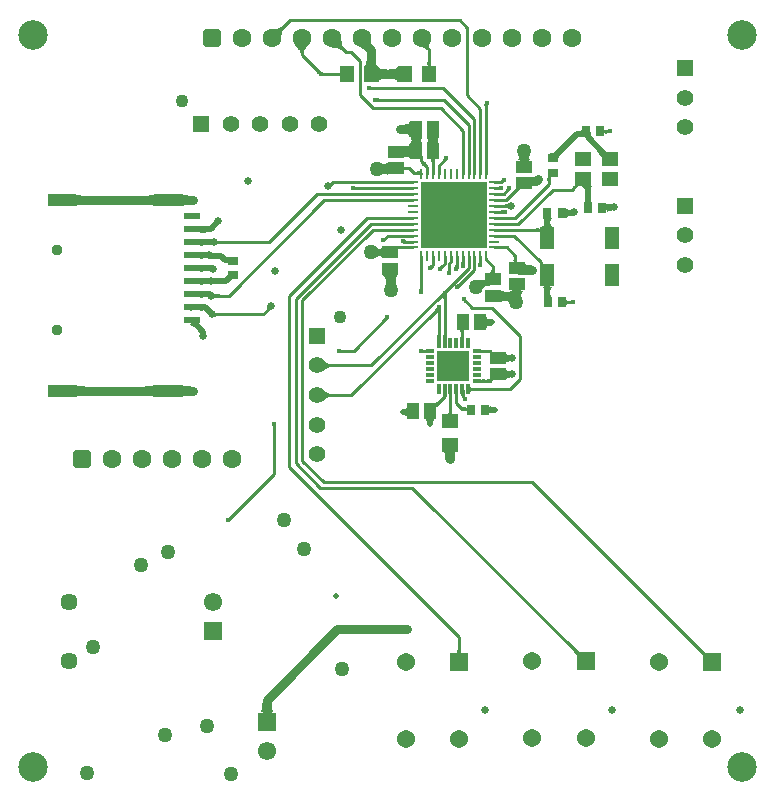
<source format=gtl>
%FSLAX23Y23*%
%MOIN*%
%SFA1B1*%

%IPPOS*%
%AMD63*
4,1,8,0.015700,0.031500,-0.015700,0.031500,-0.031500,0.015700,-0.031500,-0.015700,-0.015700,-0.031500,0.015700,-0.031500,0.031500,-0.015700,0.031500,0.015700,0.015700,0.031500,0.0*
1,1,0.031500,0.015700,0.015700*
1,1,0.031500,-0.015700,0.015700*
1,1,0.031500,-0.015700,-0.015700*
1,1,0.031500,0.015700,-0.015700*
%
%ADD13C,0.010000*%
%ADD16R,0.047240X0.057090*%
%ADD17R,0.043310X0.053150*%
%ADD18R,0.051180X0.074800*%
%ADD19R,0.029530X0.035430*%
%ADD20R,0.055120X0.047240*%
%ADD21R,0.053150X0.043310*%
%ADD22R,0.055120X0.024410*%
%ADD23R,0.094490X0.043310*%
%ADD24R,0.220470X0.220470*%
%ADD25O,0.009840X0.035430*%
%ADD26O,0.035430X0.009840*%
%ADD27R,0.037400X0.031500*%
%ADD28R,0.031500X0.013780*%
%ADD29R,0.013780X0.033470*%
%ADD30R,0.106300X0.102360*%
%ADD31R,0.035430X0.029530*%
%ADD32R,0.057090X0.047240*%
%ADD49C,0.060630*%
%ADD50R,0.060630X0.060630*%
%ADD51R,0.055120X0.055120*%
%ADD52C,0.055120*%
%ADD53C,0.043310*%
%ADD55R,0.055120X0.055120*%
%ADD56R,0.061020X0.061020*%
%ADD57C,0.061020*%
%ADD60C,0.030000*%
%ADD61C,0.020000*%
%ADD62C,0.062990*%
G04~CAMADD=63~8~0.0~0.0~629.9~629.9~157.5~0.0~15~0.0~0.0~0.0~0.0~0~0.0~0.0~0.0~0.0~0~0.0~0.0~0.0~0.0~629.9~629.9*
%ADD63D63*%
%ADD64C,0.057090*%
%ADD65C,0.037400*%
%ADD66C,0.098430*%
%ADD67C,0.017720*%
%ADD68C,0.025000*%
%ADD69C,0.019680*%
%ADD70C,0.050000*%
%ADD71C,0.031500*%
%LNmtb_telemetry_system_pcb-1*%
%LPD*%
G36*
X4731Y4468D02*
X4730Y4467D01*
X4729Y4465*
X4728Y4462*
X4727Y4460*
X4726Y4457*
X4725Y4453*
X4725Y4450*
X4724Y4441*
X4724Y4437*
X4693Y4468*
X4697Y4468*
X4706Y4469*
X4709Y4469*
X4713Y4470*
X4716Y4471*
X4718Y4472*
X4721Y4473*
X4723Y4474*
X4724Y4475*
X4731Y4468*
G37*
G36*
X4924Y4432D02*
X4925Y4423D01*
X4925Y4420*
X4926Y4416*
X4927Y4413*
X4928Y4411*
X4929Y4408*
X4930Y4406*
X4931Y4405*
X4924Y4398*
X4923Y4399*
X4921Y4400*
X4918Y4401*
X4916Y4402*
X4913Y4403*
X4909Y4404*
X4906Y4404*
X4897Y4405*
X4893Y4405*
X4924Y4436*
X4924Y4432*
G37*
G36*
X5216Y4416D02*
X5216Y4414D01*
X5215Y4413*
X5215Y4412*
X5215Y4410*
X5215Y4409*
X5216Y4407*
X5216Y4406*
X5217Y4405*
X5218Y4403*
X5211Y4396*
X5210Y4398*
X5208Y4399*
X5206Y4401*
X5204Y4402*
X5202Y4403*
X5200Y4404*
X5198Y4404*
X5196Y4405*
X5194Y4405*
X5192Y4405*
X5217Y4417*
X5216Y4416*
G37*
G36*
X5023Y4427D02*
X5023Y4425D01*
X5023Y4424*
X5024Y4421*
X5025Y4419*
X5026Y4417*
X5027Y4415*
X5029Y4413*
X5031Y4410*
X5033Y4408*
X5007Y4392*
X5005Y4394*
X4998Y4400*
X4996Y4401*
X4994Y4403*
X4992Y4404*
X4990Y4404*
X4989Y4405*
X4987Y4405*
X5023Y4429*
X5023Y4427*
G37*
G36*
X4802Y4425D02*
X4801Y4423D01*
X4800Y4421*
X4800Y4418*
X4799Y4415*
X4799Y4414*
X4815*
X4811Y4411*
X4806Y4405*
X4804Y4402*
X4802Y4399*
X4800Y4396*
X4799Y4394*
X4798Y4391*
X4798Y4389*
X4798Y4387*
X4788*
X4787Y4389*
X4787Y4391*
X4786Y4394*
X4785Y4396*
X4783Y4399*
X4781Y4402*
X4779Y4405*
X4774Y4411*
X4770Y4414*
X4786*
X4786Y4415*
X4785Y4418*
X4785Y4421*
X4784Y4423*
X4783Y4425*
X4782Y4426*
X4803*
X4802Y4425*
G37*
G36*
X5220Y4355D02*
X5220Y4353D01*
X5220Y4352*
X5221Y4350*
X5221Y4349*
X5222Y4348*
X5222Y4348*
X5223Y4347*
X5224Y4347*
X5225Y4347*
X5205*
X5206Y4347*
X5207Y4347*
X5207Y4348*
X5208Y4348*
X5209Y4349*
X5209Y4350*
X5209Y4352*
X5210Y4353*
X5210Y4355*
X5210Y4357*
X5220*
X5220Y4355*
G37*
G36*
X5038Y4369D02*
X5039Y4360D01*
X5039Y4356*
X5040Y4352*
X5041Y4350*
X5042Y4348*
X5043Y4346*
X5045Y4345*
X5046Y4345*
X4999*
X5001Y4345*
X5002Y4346*
X5004Y4348*
X5005Y4350*
X5006Y4352*
X5007Y4356*
X5007Y4360*
X5008Y4364*
X5008Y4375*
X5038*
X5038Y4369*
G37*
G36*
X4851Y4328D02*
X4853Y4327D01*
X4853Y4326*
X4854Y4326*
X4854Y4326*
X4855Y4326*
X4855Y4325*
X4855Y4325*
X4847Y4317*
X4847Y4317*
X4847Y4317*
X4846Y4318*
X4846Y4318*
X4846Y4319*
X4845Y4319*
X4844Y4321*
X4843Y4322*
X4850Y4329*
X4851Y4328*
G37*
G36*
X4862Y4322D02*
X4862Y4322D01*
X4863Y4322*
X4863Y4322*
X4864Y4322*
X4865Y4322*
X4866Y4322*
X4868Y4322*
Y4312*
X4867Y4311*
X4865Y4311*
X4864Y4311*
X4863Y4311*
X4863Y4311*
X4862Y4311*
X4862Y4311*
X4862Y4310*
Y4323*
X4862Y4322*
G37*
G36*
X4921Y4307D02*
X4921Y4307D01*
X4920Y4308*
X4920Y4309*
X4919Y4310*
X4918Y4310*
X4917Y4311*
X4916Y4311*
X4914Y4311*
X4913Y4311*
X4911Y4312*
Y4322*
X4913Y4322*
X4914Y4322*
X4916Y4322*
X4917Y4322*
X4918Y4323*
X4919Y4323*
X4920Y4324*
X4920Y4325*
X4921Y4326*
X4921Y4327*
Y4307*
G37*
G36*
X5113Y4290D02*
X5112Y4292D01*
X5111Y4295*
X5110Y4296*
X5108Y4298*
X5105Y4299*
X5102Y4301*
X5098Y4301*
X5093Y4302*
X5088Y4302*
X5083Y4303*
Y4333*
X5088Y4333*
X5093Y4333*
X5098Y4334*
X5102Y4335*
X5105Y4336*
X5108Y4338*
X5110Y4340*
X5111Y4342*
X5112Y4344*
X5113Y4347*
Y4290*
G37*
G36*
X5047Y4343D02*
X5048Y4340D01*
X5049Y4339*
X5051Y4337*
X5054Y4336*
X5057Y4334*
X5061Y4334*
X5066Y4333*
X5071Y4333*
X5076Y4333*
Y4303*
X5071Y4302*
X5066Y4302*
X5061Y4301*
X5057Y4300*
X5054Y4299*
X5051Y4297*
X5049Y4295*
X5048Y4293*
X5047Y4291*
X5046Y4288*
Y4345*
X5047Y4343*
G37*
G36*
X5021Y4275D02*
X5021Y4275D01*
X5022Y4275*
X5022Y4275*
X5023Y4275*
X5024Y4275*
X5025Y4275*
X5027Y4275*
Y4265*
X5026Y4264*
X5024Y4264*
X5023Y4264*
X5022Y4264*
X5022Y4264*
X5021Y4264*
X5021Y4264*
X5021Y4263*
Y4276*
X5021Y4275*
G37*
G36*
X5042Y4236D02*
X5042Y4236D01*
X5043Y4236*
X5043Y4236*
X5044Y4236*
X5045Y4236*
X5046Y4236*
X5048Y4236*
Y4226*
X5047Y4225*
X5045Y4225*
X5044Y4225*
X5043Y4225*
X5043Y4225*
X5042Y4225*
X5042Y4225*
X5042Y4224*
Y4237*
X5042Y4236*
G37*
G36*
X5413Y4215D02*
X5413Y4214D01*
X5413Y4214*
X5412Y4214*
X5412Y4213*
X5412Y4212*
X5412Y4212*
X5412Y4211*
X5412Y4209*
X5412Y4208*
X5402Y4210*
X5402Y4211*
X5401Y4214*
X5401Y4214*
X5401Y4215*
X5401Y4215*
X5401Y4216*
X5401Y4216*
X5413Y4215*
G37*
G36*
X5802Y4135D02*
X5802Y4134D01*
X5803Y4133*
X5803Y4132*
X5804Y4132*
X5805Y4131*
X5807Y4131*
X5808Y4131*
X5808Y4131*
X5808*
X5809Y4131*
X5810Y4131*
X5810Y4131*
X5811Y4131*
X5811Y4131*
X5811Y4132*
Y4131*
X5812Y4131*
Y4121*
X5811Y4120*
Y4119*
X5811Y4120*
X5811Y4120*
X5810Y4120*
X5810Y4120*
X5809Y4120*
X5808Y4120*
X5808*
X5808Y4120*
X5807Y4120*
X5805Y4120*
X5804Y4119*
X5803Y4119*
X5803Y4118*
X5802Y4117*
X5802Y4116*
X5802Y4116*
Y4136*
X5802Y4135*
G37*
G36*
X5725Y4108D02*
X5725Y4108D01*
X5725Y4108*
X5710Y4108*
Y4128*
X5713Y4128*
X5718Y4128*
X5720Y4129*
X5722Y4129*
X5723Y4130*
X5724Y4130*
X5725Y4131*
X5725Y4132*
X5725Y4133*
X5725Y4108*
G37*
G36*
X5244Y4112D02*
X5245Y4107D01*
X5251*
X5249Y4107*
X5248Y4106*
X5247Y4104*
X5246Y4102*
X5246Y4100*
X5245Y4098*
X5246Y4095*
X5246Y4093*
X5247Y4091*
X5248Y4089*
X5249Y4088*
X5251Y4088*
X5244*
X5244Y4083*
X5244Y4077*
X5214*
X5214Y4083*
X5214Y4088*
X5208*
X5209Y4088*
X5210Y4089*
X5211Y4091*
X5212Y4093*
X5212Y4095*
X5213Y4098*
X5212Y4100*
X5212Y4102*
X5211Y4104*
X5210Y4106*
X5209Y4107*
X5208Y4107*
X5214*
X5214Y4112*
X5214Y4118*
X5244*
X5244Y4112*
G37*
G36*
X5152Y4107D02*
X5159D01*
X5159Y4112*
X5159Y4118*
X5189*
X5189Y4112*
X5189Y4107*
X5195*
X5194Y4107*
X5193Y4106*
X5192Y4104*
X5191Y4102*
X5191Y4100*
X5190Y4098*
X5191Y4095*
X5191Y4093*
X5192Y4091*
X5193Y4089*
X5194Y4088*
X5195Y4088*
X5189*
X5189Y4083*
X5189Y4077*
X5159*
X5159Y4083*
X5159Y4088*
X5152*
X5154Y4088*
X5155Y4089*
X5156Y4091*
X5157Y4093*
X5157Y4095*
X5158Y4098*
X5157Y4100*
X5157Y4102*
X5156Y4104*
X5155Y4106*
X5154Y4107*
X5152Y4107*
X5152Y4109*
X5151Y4111*
X5150Y4113*
X5148Y4114*
X5145Y4116*
X5142Y4117*
X5138Y4117*
X5133Y4118*
X5128Y4118*
X5122Y4119*
Y4149*
X5128Y4149*
X5138Y4150*
X5142Y4150*
X5145Y4151*
X5148Y4153*
X5150Y4154*
X5151Y4156*
X5152Y4158*
X5152Y4160*
Y4107*
G37*
G36*
Y4075D02*
X5161Y4075D01*
Y4045*
X5155Y4045*
X5152Y4045*
Y4035*
X5152Y4037*
X5151Y4039*
X5150Y4040*
X5148Y4041*
X5145Y4042*
X5142Y4043*
X5141Y4043*
X5138Y4043*
X5136Y4042*
X5134Y4041*
X5132Y4040*
X5131Y4038*
X5131Y4037*
Y4044*
X5122Y4045*
Y4075*
X5128Y4075*
X5131Y4075*
Y4080*
X5131Y4079*
X5132Y4078*
X5134Y4077*
X5136Y4077*
X5138Y4076*
X5142Y4077*
X5145Y4078*
X5148Y4080*
X5150Y4081*
X5151Y4083*
X5152Y4085*
X5152Y4088*
Y4075*
G37*
G36*
X5661Y4055D02*
X5657Y4051D01*
X5651Y4043*
X5649Y4040*
X5647Y4037*
X5646Y4034*
X5645Y4032*
X5645Y4030*
X5646Y4028*
X5647Y4026*
X5619Y4055*
X5620Y4053*
X5622Y4053*
X5624Y4053*
X5627Y4054*
X5629Y4055*
X5632Y4056*
X5636Y4059*
X5639Y4061*
X5647Y4069*
X5661Y4055*
G37*
G36*
X5189Y4061D02*
X5190Y4056D01*
X5191Y4054*
X5192Y4053*
X5192Y4051*
X5193Y4050*
X5193Y4049*
X5194Y4048*
X5187Y4041*
X5186Y4042*
X5185Y4043*
X5184Y4043*
X5183Y4044*
X5181Y4045*
X5180Y4045*
X5176Y4046*
X5174Y4046*
X5172Y4047*
X5189Y4064*
X5189Y4061*
G37*
G36*
X5793Y4073D02*
X5806Y4061D01*
X5810Y4059*
X5813Y4057*
X5816Y4056*
X5819Y4055*
X5821Y4055*
X5823Y4056*
X5790Y4032*
X5792Y4033*
X5792Y4035*
X5793Y4037*
X5792Y4040*
X5791Y4042*
X5789Y4045*
X5787Y4049*
X5784Y4052*
X5776Y4060*
X5787Y4078*
X5793Y4073*
G37*
G36*
X5195Y4035D02*
X5196Y4027D01*
X5186*
X5186Y4029*
X5185Y4031*
X5185Y4032*
X5185Y4033*
X5185Y4034*
X5184Y4034*
X5184Y4035*
X5183Y4035*
X5183Y4035*
X5195Y4035*
G37*
G36*
X5549Y4054D02*
X5550Y4044D01*
X5550Y4044*
X5551*
X5551Y4043*
X5550Y4042*
X5550Y4042*
X5550Y4040*
X5551Y4037*
X5553Y4034*
X5554Y4032*
X5556Y4031*
X5558Y4030*
X5560Y4030*
X5549*
X5549Y4029*
X5549Y4027*
X5519*
X5518Y4029*
X5518Y4030*
X5507*
X5509Y4030*
X5511Y4031*
X5513Y4032*
X5514Y4034*
X5516Y4037*
X5517Y4040*
X5517Y4042*
X5517Y4042*
X5516Y4043*
X5516Y4044*
X5517*
X5517Y4044*
X5518Y4049*
X5518Y4054*
X5519Y4060*
X5549*
X5549Y4054*
G37*
G36*
X5238Y4035D02*
X5238Y4035D01*
X5237Y4034*
X5236Y4034*
X5236Y4033*
X5235Y4032*
X5235Y4030*
X5235Y4029*
X5234Y4027*
X5234Y4025*
X5224*
X5224Y4027*
X5224Y4029*
X5224Y4030*
X5224Y4032*
X5223Y4033*
X5223Y4034*
X5222Y4034*
X5221Y4035*
X5220Y4035*
X5219Y4035*
X5239*
X5238Y4035*
G37*
G36*
X5273Y4027D02*
X5273Y4027D01*
X5273Y4027*
X5272Y4026*
X5272Y4026*
X5271Y4026*
X5271Y4025*
X5269Y4024*
X5268Y4023*
X5261Y4030*
X5262Y4031*
X5263Y4033*
X5264Y4033*
X5264Y4034*
X5264Y4034*
X5265Y4035*
X5265Y4035*
X5265Y4035*
X5273Y4027*
G37*
G36*
X5078Y3992D02*
X5078Y3987D01*
X5078*
Y3981*
X5078Y3982*
X5077Y3983*
X5075Y3984*
X5073Y3985*
X5071Y3985*
X5067Y3986*
X5066Y3986*
X5065Y3986*
X5064Y3985*
X5063Y3985*
X5062Y3984*
X5061Y3984*
X5061Y3986*
X5059Y3987*
X5048Y3987*
Y4017*
X5054Y4017*
X5060Y4017*
X5059Y4019*
X5060Y4018*
X5061Y4018*
X5062Y4018*
X5063Y4018*
X5067Y4018*
X5071Y4019*
X5073Y4020*
X5075Y4021*
X5077Y4022*
X5078Y4023*
X5078Y4024*
Y3992*
G37*
G36*
X5208Y4018D02*
X5209Y4018D01*
X5209Y4017*
X5209Y4017*
X5209Y4016*
X5210Y4016*
X5211Y4014*
X5212Y4013*
X5205Y4006*
X5204Y4007*
X5202Y4008*
X5202Y4009*
X5201Y4009*
X5201Y4009*
X5200Y4010*
X5200Y4010*
X5200Y4010*
X5208Y4018*
X5208Y4018*
G37*
G36*
X5116Y4012D02*
X5118Y4012D01*
X5120Y4011*
X5123Y4010*
X5126Y4009*
X5130Y4009*
X5131Y4009*
Y4013*
X5131Y4012*
X5131Y4011*
X5132Y4010*
X5132Y4010*
X5133Y4009*
X5134Y4009*
X5136Y4008*
X5136Y4008*
X5138Y4008*
X5149Y4008*
Y3998*
X5143Y3998*
X5135Y3997*
X5134Y3997*
X5133Y3997*
X5132Y3996*
X5132Y3995*
X5131Y3995*
X5131Y3994*
X5131Y3993*
Y3997*
X5126Y3997*
X5123Y3996*
X5120Y3995*
X5118Y3994*
X5116Y3993*
X5115Y3992*
Y4014*
X5116Y4012*
G37*
G36*
X5185Y3978D02*
X5185Y3979D01*
X5185Y3980*
X5184Y3980*
X5184Y3981*
X5183Y3982*
X5182Y3982*
X5180Y3982*
X5179Y3983*
X5177Y3983*
X5175Y3983*
Y3993*
X5177Y3993*
X5179Y3993*
X5180Y3993*
X5182Y3994*
X5183Y3994*
X5184Y3995*
X5185Y3995*
X5185Y3996*
X5185Y3997*
X5186Y3998*
X5185Y3978*
G37*
G36*
X5624Y3972D02*
X5623Y3972D01*
X5622Y3971*
X5622Y3971*
X5621Y3970*
X5621Y3969*
X5620Y3967*
X5620Y3966*
X5620Y3964*
X5620Y3962*
X5610*
X5610Y3972*
X5625*
X5624Y3972*
G37*
G36*
X4897Y3949D02*
X4896Y3948D01*
X4895Y3946*
X4894Y3945*
X4894Y3945*
X4893Y3944*
X4893Y3943*
X4892Y3942*
X4892Y3941*
X4892Y3940*
X4882Y3955*
X4883Y3954*
X4884Y3954*
X4885Y3954*
X4886Y3955*
X4887Y3955*
X4888Y3955*
X4889Y3956*
X4890Y3956*
X4891Y3957*
X4892Y3958*
X4897Y3949*
G37*
G36*
X5727Y3956D02*
X5727Y3956D01*
X5726Y3955*
X5725Y3955*
X5723Y3954*
X5720Y3951*
X5714Y3946*
X5718Y3943*
X5717Y3943*
X5716Y3943*
X5715*
X5714Y3943*
X5713Y3943*
X5711Y3942*
X5709Y3941*
X5708Y3939*
X5704Y3935*
X5697Y3943*
X5699Y3945*
X5702Y3948*
X5703Y3950*
X5704Y3951*
X5704Y3953*
X5705Y3954*
Y3955*
X5704Y3956*
X5704Y3957*
X5707Y3953*
X5716Y3963*
X5717Y3964*
X5717Y3965*
X5717Y3966*
X5727Y3956*
G37*
G36*
X5521Y3931D02*
X5520Y3932D01*
X5519Y3932*
X5518*
X5517Y3932*
X5516Y3931*
X5514Y3931*
X5513Y3929*
X5511Y3928*
X5507Y3924*
X5500Y3931*
X5502Y3933*
X5505Y3937*
X5506Y3939*
X5507Y3940*
X5508Y3942*
X5508Y3943*
Y3944*
X5508Y3945*
X5507Y3946*
X5521Y3931*
G37*
G36*
X4971Y3943D02*
X4971Y3943D01*
X4971Y3942*
X4972Y3942*
X4972Y3942*
X4973Y3942*
X4974Y3942*
X4976Y3942*
X4977Y3942*
X4976Y3932*
X4975Y3932*
X4971Y3931*
X4971Y3931*
X4970Y3931*
X4970Y3931*
X4970Y3931*
X4969Y3931*
X4970Y3943*
X4971Y3943*
G37*
G36*
X5449Y3930D02*
X5448Y3930D01*
X5448Y3931*
X5448Y3931*
X5447Y3931*
X5447Y3931*
X5446Y3931*
X5445Y3931*
X5443Y3932*
X5442Y3932*
X5443Y3942*
X5444Y3942*
X5448Y3942*
X5448Y3942*
X5449Y3942*
X5449Y3942*
X5449Y3942*
X5450Y3943*
X5449Y3930*
G37*
G36*
X5483Y3927D02*
X5483Y3927D01*
X5483Y3927*
X5482Y3926*
X5482Y3926*
X5481Y3926*
X5481Y3925*
X5479Y3924*
X5478Y3923*
X5471Y3930*
X5472Y3931*
X5473Y3933*
X5474Y3933*
X5474Y3934*
X5474Y3934*
X5475Y3935*
X5475Y3935*
X5475Y3935*
X5483Y3927*
G37*
G36*
X5758Y3942D02*
X5758Y3942D01*
X5757Y3941*
X5757Y3939*
X5757Y3938*
X5756Y3935*
X5756Y3930*
X5756Y3923*
X5736*
X5736Y3926*
X5735Y3930*
X5735Y3933*
X5734Y3935*
X5733Y3938*
X5732Y3939*
X5731Y3941*
X5729Y3942*
X5728Y3942*
X5726Y3943*
X5759*
X5758Y3942*
G37*
G36*
X5756Y3903D02*
X5757Y3894D01*
X5757Y3892*
X5758Y3890*
X5758Y3889*
X5759Y3888*
X5760Y3887*
X5761Y3887*
X5731*
X5732Y3887*
X5733Y3888*
X5734Y3889*
X5734Y3890*
X5735Y3892*
X5735Y3894*
X5735Y3897*
X5736Y3903*
X5736Y3907*
X5756*
X5756Y3903*
G37*
G36*
X4394Y3917D02*
X4395Y3916D01*
X4397Y3915*
X4399Y3914*
X4401Y3914*
X4405Y3913*
X4409Y3913*
X4418Y3912*
X4424Y3912*
Y3882*
X4418Y3882*
X4405Y3881*
X4401Y3881*
X4399Y3880*
X4397Y3879*
X4395Y3878*
X4394Y3877*
X4394Y3876*
Y3919*
X4394Y3917*
G37*
G36*
X4300Y3876D02*
X4299Y3877D01*
X4298Y3878*
X4297Y3879*
X4295Y3880*
X4292Y3881*
X4289Y3881*
X4285Y3882*
X4275Y3882*
X4270Y3882*
Y3912*
X4275Y3912*
X4289Y3913*
X4292Y3914*
X4295Y3914*
X4297Y3915*
X4298Y3916*
X4299Y3917*
X4300Y3919*
Y3876*
G37*
G36*
X4040Y3917D02*
X4041Y3916D01*
X4042Y3915*
X4044Y3914*
X4047Y3914*
X4050Y3913*
X4054Y3913*
X4064Y3912*
X4070Y3912*
Y3882*
X4064Y3882*
X4050Y3881*
X4047Y3881*
X4044Y3880*
X4042Y3879*
X4041Y3878*
X4040Y3877*
X4040Y3876*
Y3919*
X4040Y3917*
G37*
G36*
X5479Y3869D02*
X5479Y3870D01*
X5478Y3870*
X5477Y3871*
X5476Y3871*
X5475Y3872*
X5474Y3872*
X5473Y3872*
X5472Y3872*
X5471Y3873*
X5469Y3873*
X5470Y3883*
X5471Y3883*
X5472Y3883*
X5473Y3883*
X5474Y3883*
X5475Y3884*
X5476Y3884*
X5477Y3884*
X5478Y3885*
X5479Y3886*
X5480Y3886*
X5479Y3869*
G37*
G36*
X5808Y3886D02*
X5809Y3885D01*
X5810Y3885*
X5811Y3884*
X5813Y3884*
X5815Y3883*
X5818Y3883*
X5824Y3883*
X5828Y3883*
Y3863*
X5824Y3862*
X5821Y3862*
X5818Y3862*
X5815Y3861*
X5813Y3860*
X5811Y3859*
X5809Y3858*
X5808Y3856*
X5808Y3854*
X5808Y3853*
X5808Y3887*
X5808Y3886*
G37*
G36*
X5462Y3852D02*
X5462Y3852D01*
X5461Y3852*
X5461Y3852*
X5460Y3852*
X5460Y3853*
X5459Y3853*
X5458Y3853*
X5457Y3853*
X5456Y3853*
X5456Y3863*
X5457Y3863*
X5460Y3863*
X5460Y3863*
X5461Y3863*
X5461Y3863*
X5462Y3864*
X5462Y3864*
X5462Y3864*
X5462Y3852*
G37*
G36*
X5673Y3870D02*
X5674Y3869D01*
X5675Y3868*
X5676Y3867*
X5678Y3866*
X5680Y3866*
X5683Y3865*
X5686Y3865*
X5693Y3865*
Y3845*
X5689Y3844*
X5686Y3844*
X5683Y3844*
X5680Y3843*
X5678Y3842*
X5676Y3841*
X5675Y3840*
X5674Y3839*
X5673Y3838*
X5673Y3836*
Y3871*
X5673Y3870*
G37*
G36*
X5625Y3836D02*
X5624Y3835D01*
X5623Y3834*
X5622Y3833*
X5622Y3831*
X5621Y3829*
X5621Y3826*
X5621Y3824*
X5621Y3822*
X5621Y3819*
X5622Y3816*
X5623Y3814*
X5624Y3812*
X5625Y3811*
X5627Y3810*
X5628Y3809*
X5630Y3809*
X5590*
X5592Y3809*
X5594Y3810*
X5595Y3811*
X5597Y3812*
X5598Y3814*
X5599Y3816*
X5599Y3819*
X5600Y3822*
X5600Y3823*
X5600Y3829*
X5599Y3831*
X5599Y3833*
X5598Y3834*
X5598Y3835*
X5597Y3836*
X5596Y3836*
X5626*
X5625Y3836*
G37*
G36*
X5584Y3789D02*
X5584Y3790D01*
X5584Y3791*
X5583Y3791*
X5583Y3792*
X5582Y3793*
X5581Y3793*
X5579Y3793*
X5578Y3794*
X5576Y3794*
X5574Y3794*
Y3804*
X5576Y3804*
X5578Y3804*
X5579Y3804*
X5581Y3805*
X5582Y3805*
X5583Y3806*
X5583Y3806*
X5584Y3807*
X5584Y3808*
X5584Y3809*
Y3789*
G37*
G36*
X4453Y3811D02*
X4454Y3811D01*
X4455Y3811*
X4456Y3810*
X4458Y3810*
X4463Y3810*
X4473Y3810*
Y3790*
X4469Y3789*
X4455Y3788*
X4454Y3788*
X4453Y3788*
X4453Y3787*
Y3812*
X4453Y3811*
G37*
G36*
X5074Y3767D02*
X5073Y3767D01*
X5072Y3765*
X5071Y3764*
X5071Y3764*
X5071Y3763*
X5071Y3763*
X5070Y3763*
X5070Y3762*
X5062Y3771*
X5062Y3771*
X5063Y3771*
X5063Y3772*
X5064Y3772*
X5064Y3772*
X5065Y3773*
X5066Y3774*
X5067Y3774*
X5067Y3775*
X5074Y3767*
G37*
G36*
X4507Y3764D02*
X4508Y3763D01*
X4509Y3762*
X4510Y3762*
X4511Y3761*
X4512Y3761*
X4513Y3761*
X4513Y3761*
X4522Y3761*
X4526Y3761*
Y3751*
X4522Y3750*
X4511Y3750*
X4511Y3750*
X4510Y3749*
X4509Y3749*
X4508Y3748*
X4507Y3747*
X4506Y3747*
Y3749*
X4506Y3749*
X4505Y3749*
X4505Y3748*
Y3763*
X4505Y3762*
X4506Y3762*
X4506Y3762*
Y3764*
X4507Y3764*
G37*
G36*
X5134Y3765D02*
X5134Y3765D01*
X5135Y3765*
X5135Y3765*
X5136Y3765*
X5137Y3765*
X5138Y3765*
X5140Y3764*
X5140Y3754*
X5139Y3754*
X5137Y3754*
X5136Y3754*
X5135Y3754*
X5135Y3754*
X5134Y3754*
X5134Y3754*
X5134Y3753*
X5134Y3766*
X5134Y3765*
G37*
G36*
X4453Y3768D02*
X4454Y3767D01*
X4455Y3767*
X4456Y3767*
X4458Y3766*
X4463Y3766*
X4473Y3766*
Y3746*
X4469Y3746*
X4455Y3745*
X4454Y3745*
X4453Y3744*
X4453Y3744*
Y3768*
X4453Y3768*
G37*
G36*
X5060Y3733D02*
X5061Y3733D01*
X5060Y3713*
X5060Y3713*
Y3703*
X5060Y3705*
X5059Y3707*
X5058Y3708*
X5057Y3710*
X5055Y3711*
X5053Y3712*
X5051Y3712*
X5051Y3712*
X5049Y3711*
X5047Y3711*
X5045Y3710*
X5043Y3709*
X5042Y3707*
X5040Y3706*
X5040Y3713*
X5040Y3713*
Y3733*
X5040Y3733*
X5041Y3741*
X5042Y3739*
X5044Y3738*
X5045Y3737*
X5047Y3736*
X5049Y3735*
X5051Y3734*
X5051Y3734*
X5053Y3735*
X5055Y3736*
X5057Y3737*
X5058Y3738*
X5059Y3740*
X5060Y3741*
X5060Y3743*
Y3733*
G37*
G36*
X5123Y3735D02*
X5121Y3735D01*
X5119Y3735*
X5118Y3734*
X5117Y3734*
X5115Y3734*
X5114Y3733*
X5114Y3732*
X5113Y3732*
X5113Y3731*
X5113Y3730*
X5113Y3745*
X5123Y3745*
Y3735*
G37*
G36*
X5112Y3736D02*
X5110Y3734D01*
X5104Y3728*
X5103Y3726*
X5102Y3725*
X5102Y3724*
X5102Y3723*
X5101Y3722*
X5090Y3733*
X5091Y3733*
X5092Y3734*
X5094Y3734*
X5095Y3735*
X5096Y3736*
X5099Y3738*
X5103Y3741*
X5105Y3743*
X5112Y3736*
G37*
G36*
X4453Y3725D02*
X4454Y3724D01*
X4455Y3724*
X4456Y3724*
X4458Y3723*
X4463Y3723*
X4473Y3723*
Y3703*
X4469Y3703*
X4455Y3702*
X4454Y3702*
X4453Y3701*
X4453Y3701*
Y3725*
X4453Y3725*
G37*
G36*
X5509Y3702D02*
X5509Y3700D01*
X5509Y3698*
X5509Y3697*
X5510Y3696*
X5510Y3695*
X5511Y3694*
X5512Y3694*
X5513Y3694*
X5514Y3694*
X5494*
X5495Y3694*
X5495Y3694*
X5496Y3694*
X5497Y3695*
X5497Y3696*
X5498Y3697*
X5498Y3698*
X5498Y3700*
X5499Y3702*
X5499Y3704*
X5509*
X5509Y3702*
G37*
G36*
X5411Y3708D02*
X5411Y3707D01*
X5411Y3706*
X5411Y3704*
X5412Y3703*
X5413Y3701*
X5414Y3700*
X5415Y3698*
X5417Y3697*
X5419Y3695*
X5410Y3689*
X5405Y3695*
X5411Y3709*
X5411Y3708*
G37*
G36*
X5392Y3692D02*
X5392Y3689D01*
X5392Y3689*
X5392Y3688*
X5393Y3687*
X5393Y3687*
X5393Y3687*
X5393Y3686*
X5381*
X5381Y3687*
X5381Y3687*
X5381Y3687*
X5382Y3688*
X5382Y3689*
X5382Y3689*
X5382Y3691*
X5382Y3693*
X5392*
X5392Y3692*
G37*
G36*
X5333Y3691D02*
X5333Y3690D01*
X5333Y3689*
X5333Y3688*
X5333Y3688*
X5334Y3687*
X5334Y3687*
X5334Y3686*
X5334Y3686*
X5322Y3684*
X5322Y3685*
X5322Y3685*
X5323Y3685*
X5323Y3686*
X5323Y3687*
X5323Y3688*
X5323Y3690*
Y3691*
X5333Y3692*
X5333Y3691*
G37*
G36*
X5595Y3689D02*
X5595Y3686D01*
X5595Y3686*
X5595Y3685*
X5596Y3684*
X5596Y3684*
X5596Y3683*
X5597Y3683*
X5597Y3683*
X5584Y3683*
X5584Y3683*
X5585Y3683*
X5585Y3684*
X5585Y3684*
X5585Y3686*
X5585Y3689*
X5585Y3690*
X5595*
X5595Y3689*
G37*
G36*
X5313Y3678D02*
X5313Y3677D01*
X5313Y3672*
X5314Y3672*
X5314Y3672*
X5314Y3672*
X5302Y3674*
X5302Y3674*
X5302Y3674*
X5302Y3675*
X5303Y3675*
X5303Y3676*
X5303Y3677*
X5303Y3677*
X5303Y3678*
X5303Y3680*
X5313Y3678*
G37*
G36*
X5233Y3677D02*
X5232Y3676D01*
X5231Y3675*
X5230Y3674*
X5230Y3673*
X5230Y3673*
X5229Y3672*
X5229Y3672*
X5229Y3672*
X5229Y3671*
X5219Y3678*
X5219Y3678*
X5220Y3678*
X5220Y3679*
X5220Y3679*
X5221Y3680*
X5223Y3681*
X5224Y3682*
X5233Y3677*
G37*
G36*
X5266Y3675D02*
X5265Y3674D01*
X5264Y3673*
X5263Y3672*
X5263Y3671*
X5263Y3671*
X5262Y3670*
X5262Y3670*
X5262Y3669*
X5262Y3669*
X5252Y3676*
X5252Y3676*
X5253Y3676*
X5253Y3677*
X5253Y3677*
X5254Y3678*
X5256Y3679*
X5257Y3680*
X5266Y3675*
G37*
G36*
X4453Y3681D02*
X4454Y3681D01*
X4455Y3681*
X4456Y3680*
X4458Y3680*
X4463Y3680*
X4473Y3680*
Y3660*
X4469Y3660*
X4455Y3659*
X4454Y3658*
X4453Y3658*
X4453Y3657*
Y3682*
X4453Y3681*
G37*
G36*
X5289Y3663D02*
X5289Y3657D01*
X5277Y3660*
X5278Y3661*
X5278Y3661*
X5278Y3661*
X5278Y3662*
X5279Y3662*
X5279Y3663*
X5279Y3664*
X5279Y3664*
X5279Y3666*
X5289Y3663*
G37*
G36*
X5535Y3687D02*
X5536Y3686D01*
X5537Y3685*
X5539Y3684*
X5541Y3683*
X5543Y3682*
X5546Y3681*
X5550Y3681*
X5554Y3680*
X5559Y3680*
Y3650*
X5535Y3651*
X5535Y3689*
X5535Y3687*
G37*
G36*
X5596Y3667D02*
X5606Y3658D01*
X5607Y3657*
X5608Y3656*
X5609Y3656*
X5610Y3656*
X5600Y3645*
X5600Y3646*
X5599Y3647*
X5599Y3648*
X5598Y3650*
X5596Y3651*
X5593Y3655*
X5586Y3662*
X5593Y3669*
X5596Y3667*
G37*
G36*
X5433Y3663D02*
X5433Y3661D01*
X5433Y3659*
X5433Y3658*
X5434Y3657*
X5434Y3656*
X5435Y3655*
X5436Y3655*
X5437Y3655*
X5438Y3655*
X5433*
X5434Y3643*
X5434Y3642*
X5434Y3641*
X5435Y3640*
X5420*
X5421Y3641*
X5421Y3642*
X5421Y3643*
X5422Y3645*
X5422Y3649*
X5422Y3655*
X5418*
X5418Y3655*
X5419Y3655*
X5420Y3655*
X5421Y3656*
X5421Y3657*
X5422Y3658*
X5422Y3659*
X5422Y3661*
X5422Y3663*
X5423Y3665*
X5433*
X5433Y3663*
G37*
G36*
X5111Y3646D02*
X5110Y3645D01*
X5108Y3644*
X5107Y3642*
X5106Y3639*
X5105Y3636*
X5104Y3632*
X5104Y3627*
X5104Y3627*
X5104Y3625*
X5104Y3623*
X5105Y3622*
X5105Y3620*
X5105Y3619*
X5106Y3618*
X5107Y3618*
X5104Y3617*
X5104Y3616*
X5090*
X5072Y3615*
X5072Y3615*
X5072Y3616*
X5073Y3617*
X5073Y3619*
X5073Y3620*
X5073Y3623*
X5073Y3627*
X5072Y3632*
X5071Y3636*
X5070Y3639*
X5069Y3642*
X5067Y3644*
X5065Y3645*
X5063Y3646*
X5060Y3646*
X5113*
X5111Y3646*
G37*
G36*
X4453Y3638D02*
X4454Y3637D01*
X4455Y3637*
X4456Y3637*
X4458Y3637*
X4463Y3636*
X4473Y3636*
Y3616*
X4469Y3616*
X4454Y3615*
X4453Y3615*
X4453Y3614*
Y3638*
X4453Y3638*
G37*
G36*
X5324Y3613D02*
X5323Y3612D01*
X5321Y3611*
X5321Y3610*
X5321Y3610*
X5320Y3609*
X5320Y3609*
X5320Y3608*
X5320Y3608*
X5311Y3617*
X5312Y3617*
X5312Y3617*
X5312Y3617*
X5313Y3617*
X5313Y3618*
X5314Y3618*
X5315Y3619*
X5317Y3620*
X5324Y3613*
G37*
G36*
X5381Y3632D02*
X5382Y3632D01*
X5386Y3632*
X5409Y3631*
X5412Y3611*
X5410Y3611*
X5407Y3611*
X5405Y3611*
X5403Y3610*
X5402Y3609*
X5400Y3608*
X5399Y3607*
X5398Y3606*
X5397Y3604*
X5397Y3603*
X5380Y3632*
X5381Y3632*
G37*
G36*
X5195Y3603D02*
X5195Y3602D01*
X5195Y3598*
X5195Y3598*
X5195Y3597*
X5196Y3597*
X5196Y3597*
X5184Y3599*
X5184Y3599*
X5184Y3599*
X5184Y3600*
X5185Y3600*
X5185Y3601*
X5185Y3602*
X5185Y3602*
X5185Y3604*
X5185Y3605*
X5195Y3603*
G37*
G36*
X4500Y3587D02*
X4500Y3586D01*
X4501Y3585*
X4502Y3585*
X4503Y3584*
X4504Y3584*
X4505Y3584*
X4506Y3584*
X4515Y3584*
X4519Y3583*
Y3573*
X4515Y3573*
X4504Y3573*
X4503Y3573*
X4502Y3572*
X4501Y3572*
X4500Y3571*
X4500Y3570*
X4499Y3570*
Y3572*
X4499Y3572*
X4498Y3572*
X4497Y3571*
Y3586*
X4498Y3585*
X4499Y3585*
X4499Y3585*
Y3587*
X4500Y3587*
G37*
G36*
X5532Y3595D02*
X5530Y3594D01*
X5528Y3593*
X5527Y3591*
X5525Y3588*
X5524Y3585*
X5523Y3581*
X5523Y3579*
X5523Y3578*
X5523Y3577*
X5524Y3576*
X5524Y3575*
X5522Y3575*
X5522Y3571*
X5522Y3565*
X5492*
X5492Y3571*
X5491Y3577*
X5489Y3577*
X5490Y3578*
X5490Y3579*
X5491Y3580*
X5491Y3581*
X5491Y3581*
X5490Y3585*
X5490Y3588*
X5488Y3591*
X5487Y3593*
X5486Y3594*
X5484Y3595*
X5482Y3595*
X5535*
X5532Y3595*
G37*
G36*
X5629Y3608D02*
X5627Y3608D01*
X5626Y3607*
X5624Y3605*
X5623Y3604*
X5622Y3601*
X5622Y3599*
X5621Y3596*
X5621Y3592*
X5621Y3591*
X5621Y3585*
X5622Y3582*
X5622Y3580*
X5623Y3578*
X5624Y3577*
X5624Y3576*
X5625Y3575*
X5627Y3575*
X5597*
X5598Y3575*
X5599Y3576*
X5599Y3577*
X5600Y3578*
X5600Y3580*
X5600Y3582*
X5601Y3588*
X5601Y3591*
X5601Y3592*
X5600Y3596*
X5600Y3599*
X5599Y3601*
X5598Y3604*
X5597Y3605*
X5596Y3607*
X5594Y3608*
X5593Y3608*
X5591Y3609*
X5631*
X5629Y3608*
G37*
G36*
X4453Y3595D02*
X4454Y3594D01*
X4455Y3594*
X4456Y3594*
X4458Y3593*
X4463Y3593*
X4473Y3593*
Y3573*
X4469Y3573*
X4455Y3572*
X4454Y3572*
X4453Y3571*
X4453Y3571*
Y3595*
X4453Y3595*
G37*
G36*
X5278Y3594D02*
X5277Y3593D01*
X5276Y3591*
X5275Y3590*
X5274Y3588*
X5274Y3586*
X5273Y3585*
X5273Y3583*
X5273Y3581*
X5273Y3579*
X5263Y3569*
X5263Y3571*
X5262Y3572*
X5262Y3573*
X5261Y3574*
X5261Y3575*
X5260Y3575*
X5259Y3574*
X5258Y3574*
X5257Y3573*
X5256Y3572*
X5264Y3594*
X5280Y3596*
X5278Y3594*
G37*
G36*
X5454Y3598D02*
X5455Y3597D01*
X5456Y3595*
X5458Y3594*
X5461Y3593*
X5464Y3593*
X5468Y3592*
X5472Y3592*
X5482Y3592*
Y3562*
X5477Y3561*
X5461Y3560*
X5458Y3560*
X5456Y3559*
X5455Y3558*
X5454Y3557*
X5454Y3556*
Y3599*
X5454Y3598*
G37*
G36*
X5340Y3566D02*
X5341Y3566D01*
X5341Y3565*
X5341Y3565*
X5341Y3564*
X5342Y3564*
X5343Y3562*
X5344Y3561*
X5337Y3554*
X5336Y3555*
X5334Y3556*
X5334Y3557*
X5333Y3557*
X5333Y3557*
X5332Y3558*
X5332Y3558*
X5332Y3558*
X5340Y3566*
X5340Y3566*
G37*
G36*
X5674Y3566D02*
X5674Y3565D01*
X5675Y3564*
X5675Y3563*
X5676Y3563*
X5677Y3562*
X5679Y3562*
X5680Y3562*
X5682Y3562*
X5683Y3562*
X5685Y3562*
X5686Y3562*
X5687Y3562*
X5687Y3562*
X5688Y3562*
X5688Y3562*
X5688Y3563*
Y3550*
X5688Y3551*
X5688Y3551*
X5687Y3551*
X5687Y3551*
X5686Y3551*
X5685Y3551*
X5684Y3551*
X5683Y3551*
X5682Y3551*
X5680Y3551*
X5679Y3551*
X5677Y3551*
X5676Y3550*
X5675Y3550*
X5675Y3549*
X5674Y3548*
X5674Y3547*
X5674Y3547*
Y3567*
X5674Y3566*
G37*
G36*
X4453Y3551D02*
X4454Y3551D01*
X4454Y3551*
X4455Y3550*
X4457Y3550*
X4458Y3550*
X4465Y3550*
X4468Y3550*
Y3530*
X4465Y3530*
X4455Y3529*
X4454Y3529*
X4454Y3528*
X4453Y3528*
X4453Y3528*
Y3552*
X4453Y3551*
G37*
G36*
X4692Y3532D02*
X4690Y3532D01*
X4689Y3532*
X4689Y3531*
X4688Y3531*
X4687Y3530*
X4686Y3530*
X4685Y3529*
X4684Y3529*
X4683Y3528*
X4682Y3527*
X4674Y3533*
X4674Y3534*
X4675Y3534*
X4676Y3535*
X4676Y3536*
X4677Y3537*
X4677Y3538*
X4677Y3539*
X4677Y3540*
X4677Y3541*
X4677Y3542*
X4692Y3532*
G37*
G36*
X5246Y3533D02*
X5254Y3533D01*
X5254Y3533*
X5254Y3532*
X5254Y3532*
X5253Y3531*
X5253Y3531*
X5253Y3530*
X5253Y3529*
X5253Y3528*
X5253Y3527*
X5243Y3527*
X5243Y3527*
X5236Y3534*
X5237Y3535*
X5238Y3537*
X5239Y3537*
X5239Y3538*
X5239Y3538*
X5240Y3539*
X5240Y3539*
X5240Y3539*
X5246Y3533*
G37*
G36*
X4502Y3524D02*
X4503Y3523D01*
X4504Y3522*
X4505Y3522*
X4506Y3521*
X4507Y3521*
X4508Y3521*
X4508Y3521*
X4517Y3521*
X4521Y3521*
Y3511*
X4517Y3510*
X4506Y3510*
X4506Y3510*
X4505Y3509*
X4504Y3509*
X4503Y3508*
X4502Y3507*
X4501Y3507*
Y3509*
X4501Y3509*
X4500Y3509*
X4500Y3508*
Y3523*
X4500Y3522*
X4501Y3522*
X4501Y3522*
Y3524*
X4502Y3524*
G37*
G36*
X5076Y3497D02*
X5076Y3497D01*
X5076Y3497*
X5075Y3496*
X5075Y3496*
X5074Y3496*
X5074Y3495*
X5072Y3494*
X5071Y3493*
X5064Y3500*
X5065Y3501*
X5066Y3503*
X5067Y3503*
X5067Y3504*
X5067Y3504*
X5068Y3505*
X5068Y3505*
X5068Y3505*
X5076Y3497*
G37*
G36*
X5408Y3506D02*
X5408Y3505D01*
X5409Y3503*
X5410Y3502*
X5412Y3501*
X5414Y3501*
X5416Y3500*
X5419Y3500*
X5422Y3500*
X5426Y3500*
Y3480*
X5422Y3479*
X5419Y3479*
X5416Y3479*
X5414Y3478*
X5412Y3478*
X5410Y3477*
X5409Y3476*
X5408Y3474*
X5408Y3473*
X5407Y3472*
Y3507*
X5408Y3506*
G37*
G36*
X4453Y3484D02*
X4453Y3484D01*
X4453Y3484*
X4454Y3483*
X4454Y3482*
X4461Y3475*
X4466Y3470*
X4438*
X4435Y3473*
X4432Y3475*
X4429Y3477*
X4426Y3479*
X4423Y3481*
X4421Y3482*
X4418Y3483*
X4415Y3484*
X4412Y3484*
X4409Y3484*
X4453Y3484*
G37*
G36*
X5336Y3464D02*
X5335Y3464D01*
X5334Y3463*
X5333Y3463*
X5333Y3462*
X5332Y3461*
X5332Y3459*
X5332Y3458*
X5332Y3456*
X5332Y3454*
X5322*
X5322Y3456*
X5321Y3458*
X5321Y3459*
X5321Y3461*
X5320Y3462*
X5320Y3463*
X5319Y3463*
X5318Y3464*
X5318Y3464*
X5317Y3464*
X5337*
X5336Y3464*
G37*
G36*
X5332Y3446D02*
X5332Y3441D01*
X5332Y3440*
X5333Y3439*
X5333Y3439*
X5333Y3438*
X5333Y3438*
X5320*
X5320Y3438*
X5321Y3439*
X5321Y3439*
X5321Y3440*
X5321Y3441*
X5321Y3442*
X5322Y3445*
X5322Y3448*
X5332*
X5332Y3446*
G37*
G36*
X5273D02*
X5273Y3441D01*
X5273Y3440*
X5273Y3439*
X5274Y3439*
X5274Y3438*
X5274Y3438*
X5261*
X5261Y3438*
X5261Y3439*
X5262Y3439*
X5262Y3440*
X5262Y3441*
X5262Y3442*
X5263Y3445*
X5263Y3448*
X5273*
X5273Y3446*
G37*
G36*
X5253D02*
X5253Y3441D01*
X5254Y3440*
X5254Y3439*
X5254Y3439*
X5254Y3438*
X5255Y3438*
X5241*
X5242Y3438*
X5242Y3439*
X5242Y3439*
X5242Y3440*
X5243Y3441*
X5243Y3442*
X5243Y3445*
X5243Y3448*
X5253*
X5253Y3446*
G37*
G36*
X4923Y3399D02*
X4923Y3399D01*
X4924Y3399*
X4924Y3399*
X4925Y3399*
X4926Y3399*
X4927Y3399*
X4929Y3399*
Y3389*
X4928Y3388*
X4926Y3388*
X4925Y3388*
X4924Y3388*
X4924Y3388*
X4923Y3388*
X4923Y3388*
X4923Y3387*
Y3400*
X4923Y3399*
G37*
G36*
X5392Y3399D02*
X5392Y3399D01*
X5392Y3399*
X5393Y3399*
X5394Y3399*
X5395Y3398*
X5398Y3398*
X5402Y3398*
Y3388*
X5400Y3388*
X5394Y3388*
X5393Y3387*
X5392Y3387*
X5392Y3387*
X5392Y3387*
X5392Y3386*
Y3400*
X5392Y3399*
G37*
G36*
X5195Y3400D02*
X5195Y3400D01*
X5195Y3399*
X5196Y3399*
X5196Y3399*
X5197Y3399*
X5197Y3399*
X5202Y3399*
X5202Y3399*
X5203Y3400*
X5203Y3400*
Y3386*
X5203Y3387*
X5202Y3387*
X5202Y3388*
X5201Y3388*
X5200Y3388*
X5199Y3388*
X5198Y3389*
X5197Y3389*
X5195Y3389*
X5195Y3388*
X5194Y3388*
X5194Y3388*
X5194Y3388*
X5193Y3388*
X5193Y3389*
X5193Y3389*
Y3399*
X5194Y3399*
X5194Y3400*
X5195Y3400*
G37*
G36*
X5472Y3389D02*
X5473Y3387D01*
X5474Y3385*
X5475Y3384*
X5477Y3383*
X5479Y3382*
X5482Y3381*
X5485Y3381*
X5489Y3381*
X5492Y3381*
Y3361*
X5489Y3360*
X5485Y3360*
X5482Y3360*
X5479Y3359*
X5477Y3358*
X5475Y3357*
X5474Y3356*
X5473Y3354*
X5472Y3352*
X5472Y3351*
Y3391*
X5472Y3389*
G37*
G36*
X4865Y3362D02*
X4870Y3358D01*
X4873Y3356*
X4875Y3354*
X4878Y3353*
X4880Y3352*
X4882Y3351*
X4884Y3351*
X4886Y3351*
Y3341*
X4884Y3340*
X4882Y3340*
X4880Y3339*
X4878Y3338*
X4875Y3337*
X4873Y3335*
X4870Y3334*
X4868Y3331*
X4862Y3326*
Y3365*
X4865Y3362*
G37*
G36*
X5441Y3306D02*
X5440Y3305D01*
X5439Y3305*
X5438Y3304*
X5437Y3303*
X5434Y3301*
X5429Y3297*
X5424Y3292*
X5419Y3296*
X5419Y3294*
X5409Y3290*
Y3300*
X5411Y3300*
X5413Y3300*
X5415Y3300*
X5416Y3300*
X5417Y3301*
X5418Y3301*
X5419Y3302*
X5419Y3303*
X5419Y3304*
X5420Y3305*
X5420Y3301*
X5420Y3301*
X5430Y3313*
X5430Y3314*
X5431Y3315*
X5431Y3316*
X5441Y3306*
G37*
G36*
X5472Y3334D02*
X5473Y3332D01*
X5474Y3331*
X5475Y3330*
X5477Y3329*
X5479Y3328*
X5482Y3327*
X5485Y3326*
X5489Y3326*
X5492Y3326*
Y3306*
X5489Y3306*
X5485Y3306*
X5482Y3305*
X5479Y3304*
X5477Y3304*
X5475Y3302*
X5474Y3301*
X5473Y3300*
X5472Y3298*
X5472Y3296*
Y3336*
X5472Y3334*
G37*
G36*
X5392Y3301D02*
X5392Y3301D01*
X5392Y3301*
X5393Y3300*
X5394Y3300*
X5395Y3300*
X5398Y3300*
X5402Y3300*
Y3290*
X5400Y3290*
X5394Y3289*
X5393Y3289*
X5392Y3289*
X5392Y3289*
X5392Y3288*
X5392Y3288*
Y3301*
X5392Y3301*
G37*
G36*
X5353Y3275D02*
X5354Y3274D01*
X5354Y3274*
X5355Y3273*
X5356Y3272*
X5357Y3272*
X5358Y3272*
X5360Y3271*
X5361Y3271*
X5363Y3271*
Y3261*
X5361Y3261*
X5360Y3261*
X5358Y3261*
X5357Y3260*
X5356Y3260*
X5355Y3259*
X5354Y3259*
X5354Y3258*
X5353Y3257*
X5353Y3256*
Y3276*
X5353Y3275*
G37*
G36*
X5273Y3250D02*
X5273Y3249D01*
X5273Y3249*
X5273Y3249*
X5273Y3248*
X5273Y3246*
X5273Y3244*
X5263*
X5263Y3245*
X5262Y3249*
X5262Y3249*
X5262Y3250*
X5262Y3250*
X5273*
X5273Y3250*
G37*
G36*
X5333Y3249D02*
X5334Y3243D01*
X5324*
X5324Y3244*
X5323Y3246*
X5323Y3247*
X5323Y3248*
X5323Y3248*
X5323Y3249*
X5322Y3249*
X5322Y3250*
X5322Y3250*
X5333Y3249*
G37*
G36*
X4394Y3282D02*
X4395Y3280D01*
X4397Y3280*
X4399Y3279*
X4401Y3278*
X4405Y3277*
X4409Y3277*
X4418Y3276*
X4424Y3276*
Y3246*
X4418Y3246*
X4405Y3245*
X4401Y3245*
X4399Y3244*
X4397Y3243*
X4395Y3242*
X4394Y3241*
X4394Y3240*
Y3283*
X4394Y3282*
G37*
G36*
X4300Y3240D02*
X4299Y3241D01*
X4298Y3242*
X4297Y3243*
X4295Y3244*
X4292Y3245*
X4289Y3245*
X4285Y3246*
X4275Y3246*
X4270Y3246*
Y3276*
X4275Y3276*
X4289Y3277*
X4292Y3278*
X4295Y3279*
X4297Y3280*
X4298Y3280*
X4299Y3282*
X4300Y3283*
Y3240*
G37*
G36*
X4040Y3282D02*
X4041Y3280D01*
X4042Y3280*
X4044Y3279*
X4047Y3278*
X4050Y3277*
X4054Y3277*
X4064Y3276*
X4070Y3276*
Y3246*
X4064Y3246*
X4050Y3245*
X4047Y3245*
X4044Y3244*
X4042Y3243*
X4041Y3242*
X4040Y3241*
X4040Y3240*
Y3283*
X4040Y3282*
G37*
G36*
X5313Y3249D02*
X5313Y3249D01*
X5313Y3249*
X5313Y3248*
X5312Y3247*
X5312Y3246*
X5312Y3243*
X5312Y3239*
X5302*
X5302Y3241*
X5302Y3247*
X5301Y3248*
X5301Y3249*
X5301Y3249*
X5301Y3249*
X5300Y3249*
X5314*
X5313Y3249*
G37*
G36*
X5294D02*
X5293Y3249D01*
X5293Y3249*
X5293Y3248*
X5293Y3247*
X5293Y3246*
X5292Y3243*
X5292Y3239*
X5282*
X5282Y3241*
X5282Y3247*
X5282Y3248*
X5281Y3249*
X5281Y3249*
X5281Y3249*
X5281Y3249*
X5294*
X5294Y3249*
G37*
G36*
X4865Y3264D02*
X4870Y3259D01*
X4873Y3257*
X4875Y3256*
X4878Y3254*
X4880Y3253*
X4882Y3253*
X4884Y3252*
X4886Y3252*
Y3242*
X4884Y3242*
X4882Y3242*
X4880Y3241*
X4878Y3240*
X4875Y3239*
X4873Y3237*
X4870Y3235*
X4868Y3233*
X4862Y3228*
Y3266*
X4865Y3264*
G37*
G36*
X5251Y3220D02*
X5249Y3218D01*
X5243Y3211*
X5242Y3209*
X5241Y3208*
X5240Y3206*
X5240Y3205*
X5240Y3204*
X5241Y3203*
X5228Y3219*
X5229Y3218*
X5230Y3218*
X5231Y3218*
X5232Y3218*
X5234Y3219*
X5235Y3220*
X5237Y3221*
X5239Y3222*
X5243Y3226*
X5251Y3220*
G37*
G36*
X5341Y3191D02*
X5341Y3192D01*
X5341Y3193*
X5340Y3194*
X5340Y3195*
X5339Y3195*
X5338Y3196*
X5336Y3196*
X5335Y3196*
X5333Y3196*
X5331Y3196*
Y3206*
X5333Y3207*
X5335Y3207*
X5336Y3207*
X5338Y3207*
X5339Y3208*
X5340Y3208*
X5340Y3209*
X5341Y3210*
X5341Y3211*
X5341Y3211*
Y3191*
G37*
G36*
X5292Y3191D02*
X5293Y3190D01*
X5293Y3188*
X5293Y3187*
X5294Y3186*
X5294Y3185*
X5295Y3184*
X5296Y3184*
X5296Y3183*
X5297Y3183*
X5277*
X5278Y3183*
X5279Y3184*
X5280Y3184*
X5281Y3185*
X5281Y3186*
X5282Y3187*
X5282Y3188*
X5282Y3190*
X5282Y3191*
X5282Y3193*
X5292*
X5292Y3191*
G37*
G36*
X5418Y3214D02*
X5418Y3213D01*
X5419Y3212*
X5420Y3211*
X5422Y3210*
X5424Y3210*
X5426Y3209*
X5428Y3209*
X5431Y3209*
X5435Y3209*
Y3189*
X5431Y3188*
X5426Y3188*
X5424Y3187*
X5422Y3187*
X5420Y3186*
X5419Y3185*
X5418Y3184*
X5418Y3183*
X5418Y3182*
Y3215*
X5418Y3214*
G37*
G36*
X5143Y3176D02*
X5142Y3177D01*
X5142Y3177*
X5141Y3178*
X5140Y3179*
X5139Y3179*
X5137Y3180*
X5135Y3180*
X5133Y3180*
X5128Y3181*
Y3201*
X5130Y3201*
X5135Y3201*
X5137Y3201*
X5139Y3202*
X5140Y3202*
X5141Y3203*
X5142Y3204*
X5142Y3204*
X5143Y3205*
Y3176*
G37*
G36*
X5235Y3166D02*
X5234Y3166D01*
X5233Y3165*
X5232Y3164*
X5231Y3162*
X5231Y3160*
X5230Y3158*
X5230Y3156*
X5230Y3153*
X5230Y3150*
X5210*
X5209Y3153*
X5209Y3158*
X5208Y3160*
X5208Y3162*
X5207Y3164*
X5206Y3165*
X5205Y3166*
X5204Y3166*
X5203Y3166*
X5236*
X5235Y3166*
G37*
G36*
X4706Y3144D02*
X4706Y3144D01*
X4706Y3143*
X4706Y3143*
X4706Y3142*
X4706Y3141*
X4706Y3140*
X4706Y3138*
X4696*
X4695Y3139*
X4695Y3141*
X4695Y3142*
X4695Y3143*
X4695Y3143*
X4695Y3144*
X4695Y3144*
X4694Y3144*
X4707*
X4706Y3144*
G37*
G36*
X5307Y3058D02*
X5306Y3057D01*
X5304Y3056*
X5303Y3054*
X5303Y3052*
X5302Y3049*
X5301Y3046*
X5301Y3043*
X5301Y3039*
X5301Y3035*
X5271*
X5270Y3039*
X5270Y3046*
X5269Y3049*
X5268Y3052*
X5268Y3054*
X5267Y3056*
X5265Y3057*
X5264Y3058*
X5262Y3058*
X5309*
X5307Y3058*
G37*
G36*
X4559Y2836D02*
X4558Y2835D01*
X4557Y2833*
X4556Y2832*
X4556Y2832*
X4556Y2831*
X4556Y2831*
X4556Y2831*
X4556Y2830*
X4547Y2839*
X4547Y2839*
X4548Y2839*
X4548Y2839*
X4548Y2840*
X4549Y2840*
X4550Y2840*
X4551Y2841*
X4552Y2843*
X4559Y2836*
G37*
G36*
X5321Y2394D02*
X5322Y2392D01*
X5322Y2391*
X5322Y2390*
X5323Y2388*
X5323Y2387*
X5324Y2387*
X5325Y2386*
X5325Y2386*
X5326Y2386*
X5306*
X5307Y2386*
X5308Y2386*
X5309Y2387*
X5310Y2387*
X5310Y2388*
X5311Y2390*
X5311Y2391*
X5311Y2392*
X5311Y2394*
X5311Y2396*
X5321*
X5321Y2394*
G37*
G36*
X5710Y2395D02*
X5713Y2392D01*
X5715Y2391*
X5716Y2390*
X5718Y2389*
X5719Y2389*
X5720Y2389*
X5721Y2389*
X5722Y2390*
X5708Y2376*
X5708Y2377*
X5708Y2377*
X5708Y2379*
X5708Y2380*
X5708Y2381*
X5707Y2383*
X5706Y2384*
X5704Y2386*
X5700Y2390*
X5707Y2397*
X5710Y2395*
G37*
G36*
X6131Y2393D02*
X6135Y2390D01*
X6136Y2389*
X6138Y2388*
X6139Y2387*
X6140Y2387*
X6141Y2387*
X6142Y2387*
X6143Y2388*
X6129Y2374*
X6129Y2375*
X6130Y2376*
X6130Y2377*
X6129Y2378*
X6129Y2379*
X6128Y2381*
X6127Y2382*
X6125Y2384*
X6122Y2388*
X6129Y2395*
X6131Y2393*
G37*
G36*
X4691Y2214D02*
X4692Y2209D01*
X4692Y2204*
X4693Y2200*
X4695Y2197*
X4696Y2194*
X4698Y2192*
X4701Y2191*
X4703Y2190*
X4706Y2190*
X4646*
X4649Y2190*
X4651Y2191*
X4654Y2192*
X4656Y2194*
X4657Y2197*
X4659Y2200*
X4660Y2204*
X4660Y2209*
X4661Y2214*
X4661Y2220*
X4691*
X4691Y2214*
G37*
G54D13*
X5407Y4221D02*
X5408Y4222D01*
X5407Y3984D02*
Y4221D01*
X4893Y4437D02*
X4939Y4391D01*
X4955*
X4986Y4360*
Y4246D02*
Y4360D01*
Y4246D02*
X5029Y4203D01*
X5255*
X5328Y3984D02*
Y4129D01*
X5255Y4203D02*
X5328Y4129D01*
X5015Y4270D02*
X5264D01*
X5036Y4231D02*
X5266D01*
X5264Y4270D02*
X5367Y4166D01*
X5344Y4246D02*
Y4471D01*
X5319Y4496D02*
X5344Y4471D01*
X4693Y4437D02*
X4752Y4496D01*
X5319*
X5344Y4246D02*
X5387Y4202D01*
Y3984D02*
Y4202D01*
X5367Y3984D02*
Y4166D01*
X5348Y3984D02*
Y4148D01*
X5266Y4231D02*
X5348Y4148D01*
X4893Y4437D02*
X4901Y4445D01*
X5215Y4319D02*
Y4400D01*
X5193Y4422D02*
X5215Y4400D01*
X5193Y4422D02*
Y4437D01*
X4793Y4380D02*
Y4437D01*
Y4380D02*
X4856Y4317D01*
X4944*
X5659Y3558D02*
X5660Y3557D01*
X5695*
X5787Y4126D02*
X5818D01*
X5188Y3395D02*
X5188Y3394D01*
X5434Y3858D02*
X5468D01*
X5469Y3858*
X5434Y3838D02*
X5503D01*
X5465Y3917D02*
X5484Y3936D01*
X5434Y3917D02*
X5465D01*
X5473Y3897D02*
X5529Y3953D01*
X5434Y3897D02*
X5473D01*
X5434Y3917D02*
X5434Y3917D01*
X5434Y3937D02*
X5434Y3937D01*
X5455*
X5456Y3936*
X5434Y3956D02*
X5434Y3956D01*
X5456D02*
X5463Y3964D01*
X5434Y3956D02*
X5456D01*
X5463Y3964D02*
X5466D01*
X5434Y3878D02*
X5434Y3878D01*
X5488D02*
X5489Y3878D01*
X5434Y3878D02*
X5488D01*
X4690Y3542D02*
Y3545D01*
X4664Y3516D02*
X4690Y3542D01*
X4498Y3756D02*
X4683D01*
X4844Y3917D02*
X5163D01*
X4683Y3756D02*
X4844Y3917D01*
X5249Y3984D02*
Y4011D01*
X5274Y4036*
X5249Y3984D02*
X5249Y3984D01*
X5200Y4019D02*
X5210Y4008D01*
X5191Y4027D02*
X5200Y4019D01*
X5434Y3779D02*
X5501D01*
X5590Y3666D02*
X5610Y3646D01*
X5590Y3666D02*
Y3690D01*
X5501Y3779D02*
X5590Y3690D01*
X5434Y3740D02*
X5475D01*
X5504Y3679D02*
Y3711D01*
X5475Y3740D02*
X5504Y3711D01*
X5269Y3685D02*
Y3712D01*
X5254Y3670D02*
X5269Y3685D01*
X5254Y3668D02*
Y3670D01*
X5360Y3539D02*
X5425D01*
X5520Y3301D02*
Y3444D01*
X5425Y3539D02*
X5520Y3444D01*
X5346Y3266D02*
X5485D01*
X5520Y3301*
X5353Y3201D02*
X5356Y3199D01*
X5327Y3201D02*
X5353D01*
X5307Y3221D02*
X5327Y3201D01*
X5307Y3221D02*
Y3266D01*
X4493Y3516D02*
X4664D01*
X5151Y4003D02*
X5166Y3988D01*
X5105Y4003D02*
X5151D01*
X5166Y3988D02*
X5190D01*
X4917Y3394D02*
X4965D01*
X5077Y3506*
X4701Y2984D02*
Y3151D01*
X4547Y2830D02*
X4701Y2984D01*
X5128Y3759D02*
X5162D01*
X5128Y3760D02*
X5128Y3759D01*
X5316Y2356D02*
Y2441D01*
X4749Y3009D02*
X5316Y2441D01*
X4749Y3009D02*
Y3577D01*
X4548Y3578D02*
X4867Y3897D01*
X5163*
X5010Y3838D02*
X5163D01*
X4749Y3577D02*
X5010Y3838D01*
X5022Y3818D02*
X5163D01*
X4772Y3568D02*
X5022Y3818D01*
X4772Y3020D02*
Y3568D01*
X5030Y3799D02*
X5163D01*
X4794Y3563D02*
X5030Y3799D01*
X5162Y3799D02*
X5163Y3799D01*
X4772Y3020D02*
X4853Y2939D01*
X4865Y2958D02*
X5559D01*
X4794Y3029D02*
Y3563D01*
Y3029D02*
X4865Y2958D01*
X5159Y2939D02*
X5738Y2360D01*
X4853Y2939D02*
X5159D01*
X5559Y2958D02*
X6159Y2358D01*
X5190Y3595D02*
Y3712D01*
X5189Y3594D02*
X5190Y3595D01*
X5189Y3592D02*
Y3594D01*
X5332Y3567D02*
X5360Y3539D01*
X5387Y3680D02*
Y3712D01*
X5188Y3394D02*
X5218D01*
X5218Y3393*
X5079Y3779D02*
X5163D01*
X5062Y3763D02*
X5079Y3779D01*
X5062Y3763D02*
X5062D01*
X5162Y3759D02*
X5163Y3759D01*
X5108Y3740D02*
X5163D01*
X5091Y3723D02*
X5108Y3740D01*
X4843Y3247D02*
X4956D01*
X5248Y3539*
X5249Y3540*
X4843Y3346D02*
X5022D01*
X5268Y3591*
X5284Y3657D02*
Y3687D01*
X5282Y3655D02*
X5284Y3657D01*
X5282Y3653D02*
Y3655D01*
X5311Y3608D02*
X5367Y3664D01*
Y3712*
X5268Y3591D02*
X5348Y3671D01*
X5268Y3422D02*
Y3591D01*
X5308Y3670D02*
Y3712D01*
X5307Y3667D02*
Y3669D01*
X5308Y3670*
X5328Y3680D02*
X5329Y3679D01*
X5328Y3680D02*
Y3712D01*
X5348Y3712D02*
X5348Y3712D01*
Y3687D02*
Y3712D01*
X5328Y3712D02*
X5328Y3712D01*
X5348Y3671D02*
Y3687D01*
X5348Y3687D02*
X5348Y3687D01*
X5288Y3691D02*
Y3712D01*
X5284Y3687D02*
X5288Y3691D01*
X5387Y3712D02*
X5387Y3712D01*
X5407Y3699D02*
X5428Y3679D01*
X5162Y3838D02*
X5163Y3838D01*
X5229Y3712D02*
X5229Y3712D01*
X5229Y3680D02*
Y3712D01*
X5221Y3672D02*
X5229Y3680D01*
X5221Y3670D02*
Y3672D01*
X5269Y3712D02*
X5269Y3712D01*
X5288Y3712D02*
X5288Y3712D01*
X4880Y3943D02*
X4884D01*
X4897Y3956*
X5163*
X4964Y3937D02*
X4964Y3937D01*
X5162*
X5163Y3937*
X4490Y3578D02*
X4548D01*
X5367Y3712D02*
X5367Y3712D01*
X5615Y3950D02*
Y3977D01*
X5503Y3838D02*
X5615Y3950D01*
X5248Y3422D02*
Y3539D01*
X5327Y3266D02*
X5329Y3264D01*
Y3243D02*
Y3264D01*
Y3243D02*
X5337Y3235D01*
Y3233D02*
Y3235D01*
X5287Y3162D02*
Y3266D01*
X5286Y3160D02*
X5287Y3162D01*
X5268Y3244D02*
Y3266D01*
X5238Y3214D02*
X5268Y3244D01*
X5236Y3214D02*
X5238D01*
X5219Y3197D02*
X5236Y3214D01*
X5219Y3193D02*
Y3197D01*
X5327Y3422D02*
Y3486D01*
X5331Y3491*
X5376Y3393D02*
X5419D01*
X5441Y3371*
X5446*
X5376Y3295D02*
X5420D01*
X5441Y3316*
X5190Y3984D02*
Y3988D01*
X5190Y3988D02*
X5190Y3988D01*
X5174Y4062D02*
X5191Y4045D01*
X5434Y3818D02*
X5514D01*
X5628Y3932D02*
X5693D01*
X5514Y3818D02*
X5628Y3932D01*
X5626Y3988D02*
X5629D01*
X5615Y3977D02*
X5626Y3988D01*
X5428Y3633D02*
Y3679D01*
X5442Y3633D02*
X5447D01*
X5191Y4027D02*
Y4045D01*
X5210Y3984D02*
Y4008D01*
Y3984D02*
X5210Y3984D01*
X5229D02*
Y4061D01*
X5229Y4062D02*
X5229Y4061D01*
X5529Y3953D02*
X5534D01*
X5693Y3932D02*
X5727Y3966D01*
X5434Y3799D02*
X5589D01*
X5610Y3778*
Y3772D02*
Y3778D01*
G54D16*
X5023Y4317D03*
X4944D03*
X5215Y4319D03*
X5136D03*
G54D17*
X5174Y4134D03*
X5229D03*
X5164Y3193D03*
X5219D03*
X5174Y4062D03*
X5229D03*
X5386Y3491D03*
X5331D03*
G54D18*
X5826Y3646D03*
Y3772D03*
X5610Y3646D03*
Y3772D03*
G54D19*
X5793Y3870D03*
X5746D03*
X5658Y3854D03*
X5611D03*
X5612Y3558D03*
X5659D03*
X5356Y3199D03*
X5403D03*
X5787Y4126D03*
X5740D03*
G54D20*
X5818Y4033D03*
Y3966D03*
X5731D03*
Y4033D03*
G54D21*
X5428Y3578D03*
Y3633D03*
X5534Y4008D03*
Y3953D03*
X5446Y3371D03*
Y3316D03*
X5509Y3617D03*
Y3672D03*
X5105Y4058D03*
Y4003D03*
X5087Y3668D03*
Y3723D03*
G54D22*
X4425Y3496D03*
Y3540D03*
Y3583D03*
Y3626D03*
Y3670D03*
Y3713D03*
Y3756D03*
Y3800D03*
Y3843D03*
G54D23*
X3992Y3897D03*
X4347D03*
Y3261D03*
X3992D03*
G54D24*
X5298Y3848D03*
G54D25*
X5407Y3712D03*
X5387D03*
X5367D03*
X5348D03*
X5328D03*
X5308D03*
X5288D03*
X5269D03*
X5249D03*
X5229D03*
X5210D03*
X5190D03*
Y3984D03*
X5210D03*
X5229D03*
X5249D03*
X5269D03*
X5288D03*
X5308D03*
X5328D03*
X5348D03*
X5367D03*
X5387D03*
X5407D03*
G54D26*
X5163Y3740D03*
Y3759D03*
Y3779D03*
Y3799D03*
Y3818D03*
Y3838D03*
Y3858D03*
Y3878D03*
Y3897D03*
Y3917D03*
Y3937D03*
Y3956D03*
X5434D03*
Y3937D03*
Y3917D03*
Y3897D03*
Y3878D03*
Y3858D03*
Y3838D03*
Y3818D03*
Y3799D03*
Y3779D03*
Y3759D03*
Y3740D03*
G54D27*
X5629Y3988D03*
Y4039D03*
G54D28*
X5218Y3393D03*
Y3373D03*
Y3354D03*
Y3334D03*
Y3314D03*
Y3295D03*
X5376Y3393D03*
Y3373D03*
Y3354D03*
Y3334D03*
Y3314D03*
Y3295D03*
G54D29*
X5248Y3266D03*
X5268D03*
X5287D03*
X5307D03*
X5327D03*
X5346D03*
X5248Y3422D03*
X5268D03*
X5287D03*
X5307D03*
X5327D03*
X5346D03*
G54D30*
X5297Y3344D03*
G54D31*
X4563Y3693D03*
Y3646D03*
G54D32*
X5286Y3081D03*
Y3160D03*
G54D49*
X5139Y2100D03*
X5316D03*
X5139Y2356D03*
X5561Y2104D03*
X5738D03*
X5561Y2360D03*
X5982Y2102D03*
X6159D03*
X5982Y2358D03*
G54D50*
X5316Y2356D03*
X5738Y2360D03*
X6159Y2358D03*
G54D51*
X4457Y4151D03*
G54D52*
X4555Y4151D03*
X4654D03*
X4752D03*
X4850D03*
X4843Y3346D03*
Y3247D03*
Y3149D03*
Y3050D03*
X6070Y4238D03*
Y4140D03*
X6069Y3780D03*
Y3681D03*
G54D53*
X4394Y4229D03*
X4921Y3507D03*
G54D55*
X4843Y3444D03*
X6070Y4336D03*
X6069Y3878D03*
G54D56*
X4497Y2460D03*
X4676Y2159D03*
G54D57*
X4497Y2559D03*
X4676Y2061D03*
G54D60*
X4993Y4428D02*
Y4437D01*
X5023Y4317D02*
Y4397D01*
X4993Y4428D02*
X5023Y4397D01*
X5080Y4318D02*
X5135D01*
X5024D02*
X5080D01*
X5135D02*
X5136Y4319D01*
X5023Y4317D02*
X5024Y4318D01*
X5087Y3668D02*
X5089Y3666D01*
Y3601D02*
Y3666D01*
Y3601D02*
X5091Y3599D01*
X5118Y4134D02*
X5174D01*
X4676Y2159D02*
Y2232D01*
X4910Y2466D02*
X5142D01*
X4676Y2232D02*
X4910Y2466D01*
X5509Y3672D02*
X5515Y3665D01*
X5502Y3679D02*
X5509Y3672D01*
X5515Y3665D02*
X5559D01*
X5560Y3665*
X5428Y3578D02*
X5429Y3577D01*
X5482*
X5500Y3559*
X4347Y3897D02*
X4428D01*
X4429Y3898*
X4347Y3261D02*
X4429D01*
X4430Y3262*
X3992Y3261D02*
X4347D01*
X3992Y3897D02*
X4347D01*
X5186Y4443D02*
X5193Y4437D01*
X4793D02*
X4799Y4443D01*
X5534Y4008D02*
Y4062D01*
Y3953D02*
X5540Y3960D01*
X5574*
X5580Y3966*
X5286Y3035D02*
D01*
Y3081*
X5500Y3559D02*
X5506D01*
X5507Y3615D02*
X5509Y3617D01*
X5507Y3560D02*
Y3615D01*
X5506Y3559D02*
X5507Y3560D01*
X5103Y4002D02*
X5105Y4003D01*
X5044Y4002D02*
X5103D01*
X5043Y4001D02*
X5044Y4002D01*
X5171Y4060D02*
X5172Y4059D01*
X5174Y4062D02*
Y4134D01*
X5172Y4059D02*
X5174Y4062D01*
X5105Y4058D02*
X5106Y4060D01*
X5171*
X5229Y4062D02*
Y4134D01*
G54D61*
X5441Y3316D02*
X5441Y3316D01*
X5493*
X5494Y3317*
X5658Y3854D02*
X5659Y3855D01*
X5700*
X5701Y3856*
X5793Y3870D02*
X5796Y3873D01*
X5832*
X5833Y3874*
X5446Y3371D02*
X5446Y3371D01*
X5492*
X5493Y3371*
X5745Y4106D02*
Y4121D01*
Y4106D02*
X5800Y4051D01*
Y4047D02*
Y4051D01*
Y4047D02*
X5814Y4033D01*
X5818*
X5219Y3193D02*
X5220Y3192D01*
Y3150D02*
Y3192D01*
X5023Y3723D02*
X5091D01*
X5162Y3191D02*
X5164Y3193D01*
X5128Y3191D02*
X5162D01*
X5393Y3621D02*
X5416D01*
X5428Y3633*
X5023Y3724D02*
X5023Y3723D01*
X5091D02*
X5091Y3723D01*
X4425Y3670D02*
X4493D01*
X4488Y3800D02*
X4514Y3826D01*
X4425Y3800D02*
X4488D01*
X4560Y3646D02*
X4563D01*
X4541Y3627D02*
X4560Y3646D01*
X4541Y3627D02*
Y3627D01*
X4490Y3626D02*
X4540D01*
X4541Y3627*
X4558Y3698D02*
X4563Y3693D01*
X4536Y3698D02*
X4558D01*
X4484Y3713D02*
X4485Y3712D01*
X4522*
X4536Y3698*
X4560Y3693D02*
X4563D01*
X4484Y3713D02*
X4484Y3713D01*
X4425Y3713D02*
X4484D01*
X4425Y3626D02*
X4426Y3626D01*
X4489*
X4490Y3626*
X4468Y3540D02*
X4493Y3516D01*
X4425Y3540D02*
X4468D01*
X4485Y3583D02*
X4490Y3578D01*
X4425Y3583D02*
X4485D01*
X4493Y3670D02*
X4495Y3668D01*
X4425Y3756D02*
X4426Y3756D01*
X4497*
X4498Y3756*
X4464Y3444D02*
Y3458D01*
X4425Y3496D02*
X4464Y3458D01*
X4425Y3670D02*
X4425Y3670D01*
X4423Y3537D02*
X4425Y3540D01*
X5403Y3199D02*
D01*
X5435*
X5386Y3491D02*
X5387Y3490D01*
X5426*
X5731Y3966D02*
X5732D01*
X5727D02*
X5731D01*
X5746Y3870D02*
Y3952D01*
X5732Y3966D02*
X5746Y3952D01*
X5740Y4126D02*
X5745Y4121D01*
X5629Y4039D02*
X5631D01*
X5710Y4118*
X5735*
X5740Y4123*
Y4126*
X5610Y3853D02*
X5611Y3854D01*
X5610Y3772D02*
Y3853D01*
X5610Y3772D02*
X5610Y3772D01*
X5611Y3559D02*
X5612Y3558D01*
X5611Y3559D02*
Y3645D01*
X5610Y3646D02*
X5611Y3645D01*
G54D62*
X5693Y4437D03*
X5593D03*
X5493D03*
X5393D03*
X5193D03*
X5093D03*
X4893D03*
X4693D03*
X4593D03*
X4793D03*
X4993D03*
X5293D03*
X4361Y3035D03*
X4161D03*
X4261D03*
X4461D03*
X4561D03*
G54D63*
X4493Y4437D03*
X4061Y3035D03*
G54D64*
X4015Y2362D03*
Y2559D03*
G54D65*
X3976Y3732D03*
Y3464D03*
G54D66*
X6259Y4448D03*
X3897D03*
Y2007D03*
X6259D03*
G54D67*
X5408Y4222D03*
X5036Y4231D03*
X5015Y4270D03*
X4856Y4317D03*
X5818Y4126D03*
X5387Y3680D03*
X5695Y3557D03*
X5188Y3395D03*
X5426Y3490D03*
X5435Y3199D03*
X5220Y3150D03*
X5128Y3191D03*
X5469Y3858D03*
X5484Y3936D03*
X5456Y3936D03*
X5466Y3964D03*
X5274Y4036D03*
X5200Y4019D03*
X5254Y3668D03*
X4547Y2830D03*
X4701Y3151D03*
X4917Y3394D03*
X5077Y3506D03*
X5128Y3760D03*
X5189Y3592D03*
X5332Y3567D03*
X5062Y3763D03*
X5282Y3653D03*
X5311Y3608D03*
X5307Y3667D03*
X5329Y3679D03*
X5221Y3670D03*
X4964Y3937D03*
X5249Y3540D03*
X5337Y3233D03*
G54D68*
X5080Y4318D03*
X5494Y3317D03*
X5489Y3878D03*
X5701Y3856D03*
X5833Y3874D03*
X5493Y3371D03*
X4690Y3545D03*
X5118Y4134D03*
X5560Y3665D03*
X5142Y2466D03*
X4924Y3799D03*
X4429Y3898D03*
X4430Y3262D03*
X4880Y3943D03*
X4613Y3960D03*
X4514Y3826D03*
X4484Y3713D03*
X4490Y3626D03*
X4493Y3516D03*
X4490Y3578D03*
X4495Y3668D03*
X4498Y3756D03*
X4704Y3660D03*
X4464Y3444D03*
X5403Y2197D03*
X5826D03*
X6253Y2198D03*
X5580Y3966D03*
G54D69*
X5212Y3935D03*
X5255D03*
X5298D03*
X5342D03*
X5385D03*
X5212Y3891D03*
X5255D03*
X5298D03*
X5342D03*
X5385D03*
X5212Y3848D03*
X5255D03*
X5298D03*
X5342D03*
X5385D03*
X5212Y3805D03*
X5255D03*
X5298D03*
X5342D03*
X5385D03*
X5212Y3761D03*
X5255D03*
X5298D03*
X5342D03*
X5385D03*
X5276Y3322D03*
X5319D03*
Y3366D03*
X5276D03*
X4907Y2576D03*
G54D70*
X5091Y3599D03*
X4733Y2832D03*
X5372Y3609D03*
X5506Y3559D03*
X5023Y3724D03*
X4800Y2734D03*
X5534Y4062D03*
X4926Y2335D03*
X5043Y4001D03*
X4255Y2682D03*
X4346Y2723D03*
X4096Y2409D03*
X4477Y2144D03*
X4556Y1983D03*
X4335Y2113D03*
X4075Y1987D03*
G54D71*
X5286Y3035D03*
M02*
</source>
